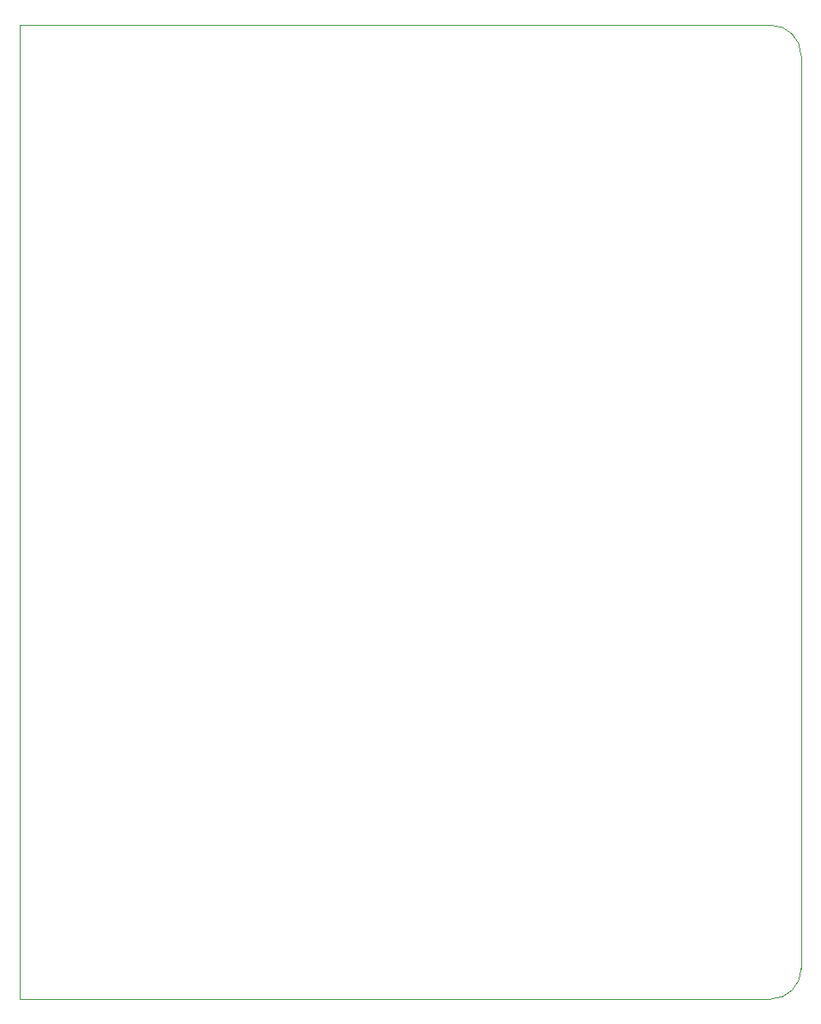
<source format=gbr>
G04 #@! TF.FileFunction,Profile,NP*
%FSLAX46Y46*%
G04 Gerber Fmt 4.6, Leading zero omitted, Abs format (unit mm)*
G04 Created by KiCad (PCBNEW 4.0.6) date 08/07/17 13:50:18*
%MOMM*%
%LPD*%
G01*
G04 APERTURE LIST*
%ADD10C,0.100000*%
G04 APERTURE END LIST*
D10*
X77000000Y-3000000D02*
G75*
G03X74000000Y0I-3000000J0D01*
G01*
X74000000Y-96000000D02*
G75*
G03X77000000Y-93000000I0J3000000D01*
G01*
X77000000Y-3000000D02*
X77000000Y-93000000D01*
X0Y0D02*
X74000000Y0D01*
X0Y-96000000D02*
X74000000Y-96000000D01*
X0Y0D02*
X0Y-96000000D01*
M02*

</source>
